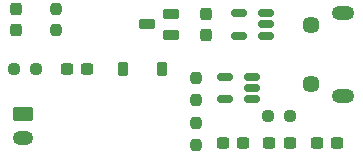
<source format=gbr>
%TF.GenerationSoftware,KiCad,Pcbnew,7.0.2*%
%TF.CreationDate,2024-01-28T17:58:16-05:00*%
%TF.ProjectId,E-INK Watch,452d494e-4b20-4576-9174-63682e6b6963,rev?*%
%TF.SameCoordinates,Original*%
%TF.FileFunction,Soldermask,Bot*%
%TF.FilePolarity,Negative*%
%FSLAX46Y46*%
G04 Gerber Fmt 4.6, Leading zero omitted, Abs format (unit mm)*
G04 Created by KiCad (PCBNEW 7.0.2) date 2024-01-28 17:58:16*
%MOMM*%
%LPD*%
G01*
G04 APERTURE LIST*
G04 Aperture macros list*
%AMRoundRect*
0 Rectangle with rounded corners*
0 $1 Rounding radius*
0 $2 $3 $4 $5 $6 $7 $8 $9 X,Y pos of 4 corners*
0 Add a 4 corners polygon primitive as box body*
4,1,4,$2,$3,$4,$5,$6,$7,$8,$9,$2,$3,0*
0 Add four circle primitives for the rounded corners*
1,1,$1+$1,$2,$3*
1,1,$1+$1,$4,$5*
1,1,$1+$1,$6,$7*
1,1,$1+$1,$8,$9*
0 Add four rect primitives between the rounded corners*
20,1,$1+$1,$2,$3,$4,$5,0*
20,1,$1+$1,$4,$5,$6,$7,0*
20,1,$1+$1,$6,$7,$8,$9,0*
20,1,$1+$1,$8,$9,$2,$3,0*%
G04 Aperture macros list end*
%ADD10O,1.900000X1.200000*%
%ADD11C,1.450000*%
%ADD12RoundRect,0.150000X0.512500X0.150000X-0.512500X0.150000X-0.512500X-0.150000X0.512500X-0.150000X0*%
%ADD13RoundRect,0.237500X0.300000X0.237500X-0.300000X0.237500X-0.300000X-0.237500X0.300000X-0.237500X0*%
%ADD14RoundRect,0.250000X-0.625000X0.350000X-0.625000X-0.350000X0.625000X-0.350000X0.625000X0.350000X0*%
%ADD15O,1.750000X1.200000*%
%ADD16RoundRect,0.237500X0.237500X-0.250000X0.237500X0.250000X-0.237500X0.250000X-0.237500X-0.250000X0*%
%ADD17RoundRect,0.237500X-0.250000X-0.237500X0.250000X-0.237500X0.250000X0.237500X-0.250000X0.237500X0*%
%ADD18RoundRect,0.237500X0.237500X-0.287500X0.237500X0.287500X-0.237500X0.287500X-0.237500X-0.287500X0*%
%ADD19RoundRect,0.237500X0.237500X-0.300000X0.237500X0.300000X-0.237500X0.300000X-0.237500X-0.300000X0*%
%ADD20RoundRect,0.237500X0.250000X0.237500X-0.250000X0.237500X-0.250000X-0.237500X0.250000X-0.237500X0*%
%ADD21RoundRect,0.150800X0.541200X0.256200X-0.541200X0.256200X-0.541200X-0.256200X0.541200X-0.256200X0*%
%ADD22RoundRect,0.225000X-0.225000X-0.375000X0.225000X-0.375000X0.225000X0.375000X-0.225000X0.375000X0*%
G04 APERTURE END LIST*
D10*
%TO.C,J2*%
X109687500Y-130500000D03*
D11*
X106987500Y-129500000D03*
X106987500Y-124500000D03*
D10*
X109687500Y-123500000D03*
%TD*%
D12*
%TO.C,U4*%
X101967500Y-128910000D03*
X101967500Y-129860000D03*
X101967500Y-130810000D03*
X99692500Y-130810000D03*
X99692500Y-128910000D03*
%TD*%
D13*
%TO.C,C10*%
X105140000Y-134520000D03*
X103415000Y-134520000D03*
%TD*%
D14*
%TO.C,J3*%
X82550000Y-132080000D03*
D15*
X82550000Y-134080000D03*
%TD*%
D16*
%TO.C,R3*%
X85320000Y-124972500D03*
X85320000Y-123147500D03*
%TD*%
D13*
%TO.C,C9*%
X109150000Y-134520000D03*
X107425000Y-134520000D03*
%TD*%
%TO.C,C8*%
X87992500Y-128270000D03*
X86267500Y-128270000D03*
%TD*%
D12*
%TO.C,U3*%
X103137500Y-123510000D03*
X103137500Y-124460000D03*
X103137500Y-125410000D03*
X100862500Y-125410000D03*
X100862500Y-123510000D03*
%TD*%
D17*
%TO.C,R5*%
X81837500Y-128270000D03*
X83662500Y-128270000D03*
%TD*%
D16*
%TO.C,R7*%
X97220000Y-134632500D03*
X97220000Y-132807500D03*
%TD*%
D18*
%TO.C,D1*%
X81980000Y-124935000D03*
X81980000Y-123185000D03*
%TD*%
D19*
%TO.C,C7*%
X98060000Y-125322500D03*
X98060000Y-123597500D03*
%TD*%
D20*
%TO.C,R4*%
X105154100Y-132232400D03*
X103329100Y-132232400D03*
%TD*%
D21*
%TO.C,Q1*%
X95135000Y-123545000D03*
X95135000Y-125375000D03*
X93085000Y-124460000D03*
%TD*%
D16*
%TO.C,R6*%
X97220000Y-130822500D03*
X97220000Y-128997500D03*
%TD*%
D22*
%TO.C,D2*%
X91060000Y-128270000D03*
X94360000Y-128270000D03*
%TD*%
D13*
%TO.C,C11*%
X101192500Y-134520000D03*
X99467500Y-134520000D03*
%TD*%
M02*

</source>
